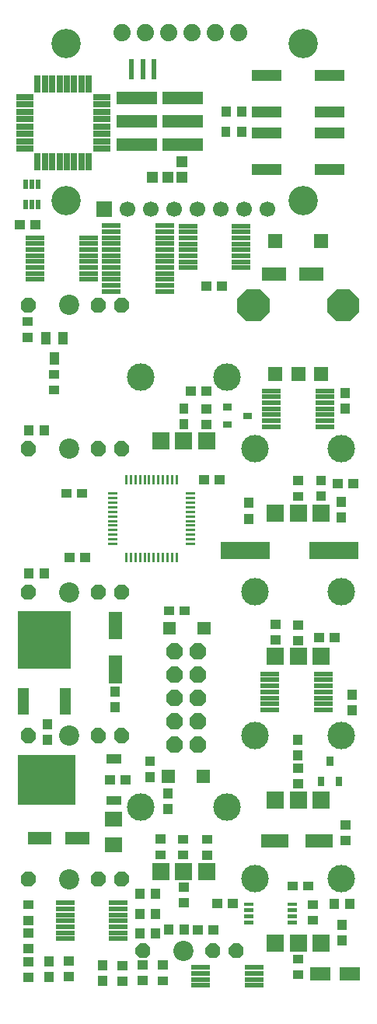
<source format=gbs>
G04 DipTrace 2.4.0.2*
%INBottomMask.gbs*%
%MOIN*%
%ADD30C,0.074*%
%ADD32R,0.074X0.074*%
%ADD33C,0.1181*%
%ADD34R,0.0594X0.0594*%
%ADD47C,0.0866*%
%ADD55C,0.126*%
%ADD57R,0.0236X0.0433*%
%ADD59R,0.0236X0.0866*%
%ADD61R,0.2264X0.25*%
%ADD63R,0.0472X0.1161*%
%ADD65R,0.0748X0.0276*%
%ADD67R,0.0276X0.0748*%
%ADD74R,0.0472X0.0512*%
%ADD78R,0.1748X0.0579*%
%ADD80C,0.0669*%
%ADD82R,0.0669X0.0669*%
%ADD84R,0.0787X0.0236*%
%ADD86R,0.0512X0.0472*%
%FSLAX44Y44*%
G04*
G70*
G90*
G75*
G01*
%LNBotMask*%
%LPD*%
G36*
X18971Y16439D2*
Y16006D1*
X18577D1*
Y16439D1*
X18971D1*
G37*
G36*
Y17108D2*
Y16675D1*
X18577D1*
Y17108D1*
X18971D1*
G37*
G36*
X7119Y22946D2*
X7552D1*
Y22552D1*
X7119D1*
Y22946D1*
G37*
G36*
X6450D2*
X6883D1*
Y22552D1*
X6450D1*
Y22946D1*
G37*
G36*
X13000Y34601D2*
X13433D1*
Y34207D1*
X13000D1*
Y34601D1*
G37*
G36*
X12330D2*
X12763D1*
Y34207D1*
X12330D1*
Y34601D1*
G37*
G36*
X12665Y25895D2*
X12232D1*
Y26289D1*
X12665D1*
Y25895D1*
G37*
G36*
X13335D2*
X12902D1*
Y26289D1*
X13335D1*
Y25895D1*
G37*
G36*
X5911Y15143D2*
Y14710D1*
X5517D1*
Y15143D1*
X5911D1*
G37*
G36*
Y15812D2*
Y15379D1*
X5517D1*
Y15812D1*
X5911D1*
G37*
G36*
X16461Y8479D2*
X16028D1*
Y8873D1*
X16461D1*
Y8479D1*
G37*
G36*
X17130D2*
X16697D1*
Y8873D1*
X17130D1*
Y8479D1*
G37*
G36*
X4980Y37229D2*
X5413D1*
Y36835D1*
X4980D1*
Y37229D1*
G37*
G36*
X4311D2*
X4744D1*
Y36835D1*
X4311D1*
Y37229D1*
G37*
G36*
X12319Y30099D2*
X12752D1*
Y29705D1*
X12319D1*
Y30099D1*
G37*
G36*
X11650D2*
X12083D1*
Y29705D1*
X11650D1*
Y30099D1*
G37*
G36*
X18115Y24924D2*
Y25357D1*
X18509D1*
Y24924D1*
X18115D1*
G37*
G36*
Y24255D2*
Y24688D1*
X18509D1*
Y24255D1*
X18115D1*
G37*
G36*
X14146Y24877D2*
Y25310D1*
X14540D1*
Y24877D1*
X14146D1*
G37*
G36*
Y24208D2*
Y24641D1*
X14540D1*
Y24208D1*
X14146D1*
G37*
G36*
X18678Y29356D2*
Y28923D1*
X18284D1*
Y29356D1*
X18678D1*
G37*
G36*
Y30025D2*
Y29592D1*
X18284D1*
Y30025D1*
X18678D1*
G37*
G36*
X8623Y13042D2*
X8190D1*
Y13435D1*
X8623D1*
Y13042D1*
G37*
G36*
X9292D2*
X8859D1*
Y13435D1*
X9292D1*
Y13042D1*
G37*
G36*
X16657Y14498D2*
Y14065D1*
X16263D1*
Y14498D1*
X16657D1*
G37*
G36*
Y15167D2*
Y14734D1*
X16263D1*
Y15167D1*
X16657D1*
G37*
G36*
X5975Y4998D2*
Y4564D1*
X5581D1*
Y4998D1*
X5975D1*
G37*
G36*
Y5667D2*
Y5234D1*
X5581D1*
Y5667D1*
X5975D1*
G37*
G36*
X14921Y35176D2*
X15944D1*
Y34625D1*
X14921D1*
Y35176D1*
G37*
G36*
X16535D2*
X17558D1*
Y34625D1*
X16535D1*
Y35176D1*
G37*
G36*
X12610Y6986D2*
X13043D1*
Y6592D1*
X12610D1*
Y6986D1*
G37*
G36*
X11941D2*
X12374D1*
Y6592D1*
X11941D1*
Y6986D1*
G37*
G36*
X17594Y19122D2*
X17161D1*
Y19516D1*
X17594D1*
Y19122D1*
G37*
G36*
X18263D2*
X17830D1*
Y19516D1*
X18263D1*
Y19122D1*
G37*
G36*
X6973Y25705D2*
X7407D1*
Y25311D1*
X6973D1*
Y25705D1*
G37*
G36*
X6304D2*
X6737D1*
Y25311D1*
X6304D1*
Y25705D1*
G37*
G36*
X7512Y10451D2*
X6488D1*
Y11002D1*
X7512D1*
Y10451D1*
G37*
G36*
X5898D2*
X4874D1*
Y11002D1*
X5898D1*
Y10451D1*
G37*
G36*
X9927Y13809D2*
Y14242D1*
X10321D1*
Y13809D1*
X9927D1*
G37*
G36*
Y13140D2*
Y13573D1*
X10321D1*
Y13140D1*
X9927D1*
G37*
G36*
X18154Y6787D2*
Y7220D1*
X18547D1*
Y6787D1*
X18154D1*
G37*
G36*
Y6118D2*
Y6551D1*
X18547D1*
Y6118D1*
X18154D1*
G37*
G36*
X13220Y7727D2*
X12787D1*
Y8120D1*
X13220D1*
Y7727D1*
G37*
G36*
X13889D2*
X13456D1*
Y8120D1*
X13889D1*
Y7727D1*
G37*
G36*
X8432Y16790D2*
Y17223D1*
X8825D1*
Y16790D1*
X8432D1*
G37*
G36*
Y16121D2*
Y16554D1*
X8825D1*
Y16121D1*
X8432D1*
G37*
G36*
X16994Y5177D2*
X17860D1*
Y4626D1*
X16994D1*
Y5177D1*
G37*
G36*
X18254D2*
X19120D1*
Y4626D1*
X18254D1*
Y5177D1*
G37*
G36*
X8365Y17368D2*
Y18549D1*
X8917D1*
Y17368D1*
X8365D1*
G37*
G36*
Y19258D2*
Y20439D1*
X8917D1*
Y19258D1*
X8365D1*
G37*
G36*
X18397Y25719D2*
X17964D1*
Y26113D1*
X18397D1*
Y25719D1*
G37*
G36*
X19067D2*
X18634D1*
Y26113D1*
X19067D1*
Y25719D1*
G37*
G36*
X11091Y12199D2*
Y11766D1*
X10697D1*
Y12199D1*
X11091D1*
G37*
G36*
Y12868D2*
Y12435D1*
X10697D1*
Y12868D1*
X11091D1*
G37*
G36*
X11149Y20277D2*
X10716D1*
Y20671D1*
X11149D1*
Y20277D1*
G37*
G36*
X11818D2*
X11385D1*
Y20671D1*
X11818D1*
Y20277D1*
G37*
G36*
X7893Y5051D2*
Y5484D1*
X8286D1*
Y5051D1*
X7893D1*
G37*
G36*
Y4382D2*
Y4815D1*
X8286D1*
Y4382D1*
X7893D1*
G37*
G36*
X14886Y10878D2*
X16067D1*
Y10327D1*
X14886D1*
Y10878D1*
G37*
G36*
X16776D2*
X17957D1*
Y10327D1*
X16776D1*
Y10878D1*
G37*
G36*
X11769Y28701D2*
Y28268D1*
X11376D1*
Y28701D1*
X11769D1*
G37*
G36*
Y29371D2*
Y28938D1*
X11376D1*
Y29371D1*
X11769D1*
G37*
D86*
X10878Y39061D3*
X10208D3*
G36*
X12719Y19444D2*
X12168D1*
Y19995D1*
X12719D1*
Y19444D1*
G37*
G36*
X11223D2*
X10672D1*
Y19995D1*
X11223D1*
Y19444D1*
G37*
G36*
X10631Y13657D2*
X11182D1*
Y13106D1*
X10631D1*
Y13657D1*
G37*
G36*
X12127D2*
X12678D1*
Y13106D1*
X12127D1*
Y13657D1*
G37*
D84*
X7474Y36468D3*
Y36212D3*
Y35956D3*
Y35700D3*
Y35444D3*
Y35188D3*
Y34932D3*
Y34676D3*
X5191D3*
Y34932D3*
Y35188D3*
Y35444D3*
Y35700D3*
Y35956D3*
Y36212D3*
Y36468D3*
X11739Y35183D3*
Y35439D3*
Y35695D3*
Y35951D3*
Y36207D3*
Y36463D3*
Y36719D3*
Y36974D3*
X14022D3*
Y36719D3*
Y36463D3*
Y36207D3*
Y35951D3*
Y35695D3*
Y35439D3*
Y35183D3*
G36*
X13631Y28596D2*
Y28320D1*
X13237D1*
Y28596D1*
X13631D1*
G37*
G36*
Y29344D2*
Y29068D1*
X13237D1*
Y29344D1*
X13631D1*
G37*
G36*
X14497Y28970D2*
Y28694D1*
X14104D1*
Y28970D1*
X14497D1*
G37*
D84*
X15255Y16229D3*
Y16485D3*
Y16741D3*
Y16997D3*
Y17253D3*
Y17509D3*
Y17765D3*
X17538D3*
Y17509D3*
Y17253D3*
Y16997D3*
Y16741D3*
Y16485D3*
Y16229D3*
G36*
X16031Y7809D2*
Y7970D1*
X16432D1*
Y7809D1*
X16031D1*
G37*
G36*
Y7553D2*
Y7714D1*
X16432D1*
Y7553D1*
X16031D1*
G37*
G36*
Y7297D2*
Y7458D1*
X16432D1*
Y7297D1*
X16031D1*
G37*
G36*
Y7041D2*
Y7203D1*
X16432D1*
Y7041D1*
X16031D1*
G37*
G36*
X14141D2*
Y7203D1*
X14542D1*
Y7041D1*
X14141D1*
G37*
G36*
Y7297D2*
Y7458D1*
X14542D1*
Y7297D1*
X14141D1*
G37*
G36*
Y7553D2*
Y7714D1*
X14542D1*
Y7553D1*
X14141D1*
G37*
G36*
Y7809D2*
Y7970D1*
X14542D1*
Y7809D1*
X14141D1*
G37*
G36*
X8249Y13938D2*
Y14332D1*
X8879D1*
Y13938D1*
X8249D1*
G37*
G36*
Y12143D2*
Y12536D1*
X8879D1*
Y12143D1*
X8249D1*
G37*
G36*
X4470Y12174D2*
Y14300D1*
X6911D1*
Y12174D1*
X4470D1*
G37*
D84*
X17606Y29907D3*
Y29651D3*
Y29395D3*
Y29139D3*
Y28883D3*
Y28627D3*
Y28371D3*
X15323D3*
Y28627D3*
Y28883D3*
Y29139D3*
Y29395D3*
Y29651D3*
Y29907D3*
G36*
X18072Y13354D2*
X18347D1*
Y12960D1*
X18072D1*
Y13354D1*
G37*
G36*
X17323D2*
X17599D1*
Y12960D1*
X17323D1*
Y13354D1*
G37*
G36*
X17697Y14220D2*
X17973D1*
Y13826D1*
X17697D1*
Y14220D1*
G37*
D84*
X8756Y7953D3*
Y7697D3*
Y7441D3*
Y7185D3*
Y6929D3*
Y6673D3*
Y6417D3*
X6472D3*
Y6673D3*
Y6929D3*
Y7185D3*
Y7441D3*
Y7697D3*
Y7953D3*
X12303Y4415D3*
Y4671D3*
Y4927D3*
Y5183D3*
X14586D3*
Y4927D3*
Y4671D3*
Y4415D3*
G36*
X9029Y33899D2*
X9218Y33710D1*
Y33442D1*
X9029Y33253D1*
X8761D1*
X8572Y33442D1*
Y33710D1*
X8761Y33899D1*
X9029D1*
G37*
G36*
X8029D2*
X8218Y33710D1*
Y33442D1*
X8029Y33253D1*
X7761D1*
X7572Y33442D1*
Y33710D1*
X7761Y33899D1*
X8029D1*
G37*
G36*
X5029D2*
X5218Y33710D1*
Y33442D1*
X5029Y33253D1*
X4761D1*
X4572Y33442D1*
Y33710D1*
X4761Y33899D1*
X5029D1*
G37*
D47*
X6645Y33576D3*
G36*
X9029Y27748D2*
X9218Y27559D1*
Y27291D1*
X9029Y27101D1*
X8761D1*
X8572Y27291D1*
Y27559D1*
X8761Y27748D1*
X9029D1*
G37*
G36*
X8029D2*
X8218Y27559D1*
Y27291D1*
X8029Y27101D1*
X7761D1*
X7572Y27291D1*
Y27559D1*
X7761Y27748D1*
X8029D1*
G37*
G36*
X5029D2*
X5218Y27559D1*
Y27291D1*
X5029Y27101D1*
X4761D1*
X4572Y27291D1*
Y27559D1*
X4761Y27748D1*
X5029D1*
G37*
D47*
X6645Y27425D3*
G36*
X9029Y21598D2*
X9218Y21409D1*
Y21141D1*
X9029Y20952D1*
X8761D1*
X8572Y21141D1*
Y21409D1*
X8761Y21598D1*
X9029D1*
G37*
G36*
X8029D2*
X8218Y21409D1*
Y21141D1*
X8029Y20952D1*
X7761D1*
X7572Y21141D1*
Y21409D1*
X7761Y21598D1*
X8029D1*
G37*
G36*
X5029D2*
X5218Y21409D1*
Y21141D1*
X5029Y20952D1*
X4761D1*
X4572Y21141D1*
Y21409D1*
X4761Y21598D1*
X5029D1*
G37*
D47*
X6645Y21275D3*
G36*
X9029Y15449D2*
X9218Y15259D1*
Y14991D1*
X9029Y14802D1*
X8761D1*
X8572Y14991D1*
Y15259D1*
X8761Y15449D1*
X9029D1*
G37*
G36*
X8029D2*
X8218Y15259D1*
Y14991D1*
X8029Y14802D1*
X7761D1*
X7572Y14991D1*
Y15259D1*
X7761Y15449D1*
X8029D1*
G37*
G36*
X5029D2*
X5218Y15259D1*
Y14991D1*
X5029Y14802D1*
X4761D1*
X4572Y14991D1*
Y15259D1*
X4761Y15449D1*
X5029D1*
G37*
D47*
X6645Y15125D3*
G36*
X9029Y9299D2*
X9218Y9109D1*
Y8842D1*
X9029Y8652D1*
X8761D1*
X8572Y8842D1*
Y9109D1*
X8761Y9299D1*
X9029D1*
G37*
G36*
X8029D2*
X8218Y9109D1*
Y8842D1*
X8029Y8652D1*
X7761D1*
X7572Y8842D1*
Y9109D1*
X7761Y9299D1*
X8029D1*
G37*
G36*
X5029D2*
X5218Y9109D1*
Y8842D1*
X5029Y8652D1*
X4761D1*
X4572Y8842D1*
Y9109D1*
X4761Y9299D1*
X5029D1*
G37*
D47*
X6645Y8975D3*
G36*
X13944Y6224D2*
X14133Y6035D1*
Y5767D1*
X13944Y5577D1*
X13676D1*
X13487Y5767D1*
Y6035D1*
X13676Y6224D1*
X13944D1*
G37*
G36*
X12944D2*
X13133Y6035D1*
Y5767D1*
X12944Y5577D1*
X12676D1*
X12487Y5767D1*
Y6035D1*
X12676Y6224D1*
X12944D1*
G37*
G36*
X9944D2*
X10133Y6035D1*
Y5767D1*
X9944Y5577D1*
X9676D1*
X9487Y5767D1*
Y6035D1*
X9676Y6224D1*
X9944D1*
G37*
D47*
X11560Y5901D3*
D82*
X8146Y37693D3*
D80*
X9146D3*
X10146D3*
X11146D3*
X12146D3*
X13146D3*
X14146D3*
X15146D3*
D78*
X11513Y42452D3*
Y41452D3*
Y40452D3*
X9540D3*
Y41452D3*
Y42452D3*
G36*
X12307Y18404D2*
X12508Y18604D1*
Y18887D1*
X12307Y19087D1*
X12024D1*
X11824Y18887D1*
Y18604D1*
X12024Y18404D1*
X12307D1*
G37*
G36*
X11307D2*
X11508Y18604D1*
Y18887D1*
X11307Y19087D1*
X11024D1*
X10824Y18887D1*
Y18604D1*
X11024Y18404D1*
X11307D1*
G37*
G36*
X12307Y17404D2*
X12508Y17604D1*
Y17887D1*
X12307Y18087D1*
X12024D1*
X11824Y17887D1*
Y17604D1*
X12024Y17404D1*
X12307D1*
G37*
G36*
X11307D2*
X11508Y17604D1*
Y17887D1*
X11307Y18087D1*
X11024D1*
X10824Y17887D1*
Y17604D1*
X11024Y17404D1*
X11307D1*
G37*
G36*
X12307Y16404D2*
X12508Y16604D1*
Y16887D1*
X12307Y17087D1*
X12024D1*
X11824Y16887D1*
Y16604D1*
X12024Y16404D1*
X12307D1*
G37*
G36*
X11307D2*
X11508Y16604D1*
Y16887D1*
X11307Y17087D1*
X11024D1*
X10824Y16887D1*
Y16604D1*
X11024Y16404D1*
X11307D1*
G37*
G36*
X12307Y15404D2*
X12508Y15604D1*
Y15887D1*
X12307Y16087D1*
X12024D1*
X11824Y15887D1*
Y15604D1*
X12024Y15404D1*
X12307D1*
G37*
G36*
X11307D2*
X11508Y15604D1*
Y15887D1*
X11307Y16087D1*
X11024D1*
X10824Y15887D1*
Y15604D1*
X11024Y15404D1*
X11307D1*
G37*
G36*
X12307Y14404D2*
X12508Y14604D1*
Y14887D1*
X12307Y15087D1*
X12024D1*
X11824Y14887D1*
Y14604D1*
X12024Y14404D1*
X12307D1*
G37*
G36*
X11307D2*
X11508Y14604D1*
Y14887D1*
X11307Y15087D1*
X11024D1*
X10824Y14887D1*
Y14604D1*
X11024Y14404D1*
X11307D1*
G37*
D30*
X13911Y45245D3*
X12911D3*
X11911D3*
X10911D3*
X9911D3*
X8911D3*
G36*
X15256Y22676D2*
X13156D1*
Y23436D1*
X15256D1*
Y22676D1*
G37*
G36*
X19056D2*
X16956D1*
Y23436D1*
X19056D1*
Y22676D1*
G37*
G36*
X5847Y31886D2*
X5454D1*
Y32437D1*
X5847D1*
Y31886D1*
G37*
G36*
X6221Y31019D2*
X5828D1*
Y31571D1*
X6221D1*
Y31019D1*
G37*
G36*
X6595Y31886D2*
X6202D1*
Y32437D1*
X6595D1*
Y31886D1*
G37*
D74*
X11487Y39063D3*
Y39733D3*
D32*
X12548Y27748D3*
X11564D3*
X10580D3*
D33*
X13414Y30504D3*
X9714D3*
D32*
X17463Y24673D3*
X16479D3*
X15495D3*
D33*
X18329Y27429D3*
X14629D3*
D32*
X17463Y18523D3*
X16479D3*
X15495D3*
D33*
X18329Y21279D3*
X14629D3*
G36*
X13846Y41218D2*
X14240D1*
Y40785D1*
X13846D1*
Y41218D1*
G37*
G36*
X13177D2*
X13570D1*
Y40785D1*
X13177D1*
Y41218D1*
G37*
G36*
X12765Y28644D2*
Y28250D1*
X12332D1*
Y28644D1*
X12765D1*
G37*
G36*
Y29313D2*
Y28919D1*
X12332D1*
Y29313D1*
X12765D1*
G37*
G36*
X5125Y21850D2*
X4731D1*
Y22284D1*
X5125D1*
Y21850D1*
G37*
G36*
X5794D2*
X5401D1*
Y22284D1*
X5794D1*
Y21850D1*
G37*
G36*
X11760Y10203D2*
Y9810D1*
X11326D1*
Y10203D1*
X11760D1*
G37*
G36*
Y10873D2*
Y10479D1*
X11326D1*
Y10873D1*
X11760D1*
G37*
G36*
X6838Y4985D2*
Y4591D1*
X6405D1*
Y4985D1*
X6838D1*
G37*
G36*
Y5654D2*
Y5260D1*
X6405D1*
Y5654D1*
X6838D1*
G37*
G36*
X5802Y30414D2*
Y30807D1*
X6235D1*
Y30414D1*
X5802D1*
G37*
G36*
Y29744D2*
Y30138D1*
X6235D1*
Y29744D1*
X5802D1*
G37*
G36*
X16685Y13256D2*
Y12862D1*
X16252D1*
Y13256D1*
X16685D1*
G37*
G36*
Y13925D2*
Y13532D1*
X16252D1*
Y13925D1*
X16685D1*
G37*
G36*
X4663Y32678D2*
Y33071D1*
X5096D1*
Y32678D1*
X4663D1*
G37*
G36*
Y32008D2*
Y32402D1*
X5096D1*
Y32008D1*
X4663D1*
G37*
G36*
X10350Y10483D2*
Y10877D1*
X10783D1*
Y10483D1*
X10350D1*
G37*
G36*
Y9814D2*
Y10208D1*
X10783D1*
Y9814D1*
X10350D1*
G37*
G36*
X4701Y5241D2*
Y5635D1*
X5134D1*
Y5241D1*
X4701D1*
G37*
G36*
Y4572D2*
Y4966D1*
X5134D1*
Y4572D1*
X4701D1*
G37*
G36*
X16242Y5349D2*
Y5742D1*
X16675D1*
Y5349D1*
X16242D1*
G37*
G36*
Y4679D2*
Y5073D1*
X16675D1*
Y4679D1*
X16242D1*
G37*
G36*
X13588Y41643D2*
X13194D1*
Y42076D1*
X13588D1*
Y41643D1*
G37*
G36*
X14257D2*
X13864D1*
Y42076D1*
X14257D1*
Y41643D1*
G37*
G36*
X11113Y6585D2*
X10719D1*
Y7018D1*
X11113D1*
Y6585D1*
G37*
G36*
X11782D2*
X11389D1*
Y7018D1*
X11782D1*
Y6585D1*
G37*
G36*
X15716Y19410D2*
Y19016D1*
X15283D1*
Y19410D1*
X15716D1*
G37*
G36*
Y20079D2*
Y19686D1*
X15283D1*
Y20079D1*
X15716D1*
G37*
D32*
X17463Y12373D3*
X16479D3*
X15495D3*
D33*
X18329Y15129D3*
X14629D3*
D32*
X12548Y9298D3*
X11564D3*
X10580D3*
D33*
X13414Y12054D3*
X9714D3*
D32*
X17463Y6223D3*
X16479D3*
X15495D3*
D33*
X18329Y8979D3*
X14629D3*
G36*
X16696Y25574D2*
Y25180D1*
X16263D1*
Y25574D1*
X16696D1*
G37*
G36*
Y26243D2*
Y25849D1*
X16263D1*
Y26243D1*
X16696D1*
G37*
G36*
X17670Y25579D2*
Y25185D1*
X17237D1*
Y25579D1*
X17670D1*
G37*
G36*
Y26248D2*
Y25854D1*
X17237D1*
Y26248D1*
X17670D1*
G37*
G36*
X9885Y6424D2*
X9492D1*
Y6857D1*
X9885D1*
Y6424D1*
G37*
G36*
X10555D2*
X10161D1*
Y6857D1*
X10555D1*
Y6424D1*
G37*
G36*
X16249Y19669D2*
Y20063D1*
X16682D1*
Y19669D1*
X16249D1*
G37*
G36*
Y19000D2*
Y19393D1*
X16682D1*
Y19000D1*
X16249D1*
G37*
G36*
X12775Y10200D2*
Y9806D1*
X12342D1*
Y10200D1*
X12775D1*
G37*
G36*
Y10869D2*
Y10476D1*
X12342D1*
Y10869D1*
X12775D1*
G37*
G36*
X4699Y6464D2*
Y6858D1*
X5132D1*
Y6464D1*
X4699D1*
G37*
G36*
Y5795D2*
Y6189D1*
X5132D1*
Y5795D1*
X4699D1*
G37*
G36*
X16899Y7678D2*
Y8072D1*
X17332D1*
Y7678D1*
X16899D1*
G37*
G36*
Y7009D2*
Y7402D1*
X17332D1*
Y7009D1*
X16899D1*
G37*
G36*
X18500Y8137D2*
X18893D1*
Y7704D1*
X18500D1*
Y8137D1*
G37*
G36*
X17830D2*
X18224D1*
Y7704D1*
X17830D1*
Y8137D1*
G37*
G36*
X4690Y7677D2*
Y8071D1*
X5123D1*
Y7677D1*
X4690D1*
G37*
G36*
Y7008D2*
Y7402D1*
X5123D1*
Y7008D1*
X4690D1*
G37*
G36*
X11777Y8165D2*
Y7771D1*
X11344D1*
Y8165D1*
X11777D1*
G37*
G36*
Y8834D2*
Y8441D1*
X11344D1*
Y8834D1*
X11777D1*
G37*
G36*
X8198Y11234D2*
Y11864D1*
X8908D1*
Y11234D1*
X8198D1*
G37*
G36*
Y10114D2*
Y10744D1*
X8908D1*
Y10114D1*
X8198D1*
G37*
G36*
X10879Y4807D2*
Y4413D1*
X10446D1*
Y4807D1*
X10879D1*
G37*
G36*
Y5476D2*
Y5083D1*
X10446D1*
Y5476D1*
X10879D1*
G37*
G36*
X18731Y10820D2*
Y10427D1*
X18298D1*
Y10820D1*
X18731D1*
G37*
G36*
Y11490D2*
Y11096D1*
X18298D1*
Y11490D1*
X18731D1*
G37*
G36*
X10169Y8551D2*
X10562D1*
Y8118D1*
X10169D1*
Y8551D1*
G37*
G36*
X9499D2*
X9893D1*
Y8118D1*
X9499D1*
Y8551D1*
G37*
G36*
X10155Y7705D2*
X10549D1*
Y7272D1*
X10155D1*
Y7705D1*
G37*
G36*
X9486D2*
X9880D1*
Y7272D1*
X9486D1*
Y7705D1*
G37*
G36*
X5106Y27991D2*
X4713D1*
Y28424D1*
X5106D1*
Y27991D1*
G37*
G36*
X5776D2*
X5382D1*
Y28424D1*
X5776D1*
Y27991D1*
G37*
G36*
X8719Y5064D2*
Y5458D1*
X9152D1*
Y5064D1*
X8719D1*
G37*
G36*
Y4395D2*
Y4788D1*
X9152D1*
Y4395D1*
X8719D1*
G37*
G36*
X9595Y5089D2*
Y5482D1*
X10028D1*
Y5089D1*
X9595D1*
G37*
G36*
Y4419D2*
Y4813D1*
X10028D1*
Y4419D1*
X9595D1*
G37*
D34*
X15494Y30627D3*
X17463D3*
X16479D3*
X15494Y36335D3*
X17463D3*
G36*
X15243Y33292D2*
X14837Y32886D1*
X14262D1*
X13855Y33292D1*
Y33867D1*
X14262Y34274D1*
X14837D1*
X15243Y33867D1*
Y33292D1*
G37*
G36*
X19102D2*
X18695Y32886D1*
X18120D1*
X17714Y33292D1*
Y33867D1*
X18120Y34274D1*
X18695D1*
X19102Y33867D1*
Y33292D1*
G37*
G36*
X17178Y39629D2*
X18438D1*
Y39156D1*
X17178D1*
Y39629D1*
G37*
G36*
X14501D2*
X15761D1*
Y39156D1*
X14501D1*
Y39629D1*
G37*
G36*
X17178Y41203D2*
X18438D1*
Y40731D1*
X17178D1*
Y41203D1*
G37*
G36*
X14501D2*
X15761D1*
Y40731D1*
X14501D1*
Y41203D1*
G37*
G36*
X17177Y42090D2*
X18437D1*
Y41617D1*
X17177D1*
Y42090D1*
G37*
G36*
X14500D2*
X15760D1*
Y41617D1*
X14500D1*
Y42090D1*
G37*
G36*
X17177Y43665D2*
X18437D1*
Y43192D1*
X17177D1*
Y43665D1*
G37*
G36*
X14500D2*
X15760D1*
Y43192D1*
X14500D1*
Y43665D1*
G37*
D67*
X5294Y43048D3*
X5609D3*
X5924D3*
X6239D3*
X6554D3*
X6869D3*
X7184D3*
X7499D3*
D65*
X8050Y42496D3*
Y42181D3*
Y41867D3*
Y41552D3*
Y41237D3*
Y40922D3*
Y40607D3*
Y40292D3*
D67*
X7499Y39741D3*
X7184D3*
X6869D3*
X6554D3*
X6239D3*
X5924D3*
X5609D3*
X5294D3*
D65*
X4743Y40292D3*
Y40607D3*
Y40922D3*
Y41237D3*
Y41552D3*
Y41867D3*
Y42181D3*
Y42496D3*
D84*
X10740Y36982D3*
Y36726D3*
Y36470D3*
Y36214D3*
Y35958D3*
Y35703D3*
Y35447D3*
Y35191D3*
Y34935D3*
Y34679D3*
Y34423D3*
Y34167D3*
X8456D3*
Y34423D3*
Y34679D3*
Y34935D3*
Y35191D3*
Y35447D3*
Y35703D3*
Y35958D3*
Y36214D3*
Y36470D3*
Y36726D3*
Y36982D3*
D63*
X6491Y16602D3*
X4696D3*
D61*
X5593Y19240D3*
D59*
X9333Y43683D3*
X9808D3*
X10283D3*
D57*
X5304Y37878D3*
X5048D3*
X4792D3*
Y38744D3*
X5048D3*
X5304D3*
D55*
X6528Y38056D3*
Y44780D3*
X16701Y38056D3*
Y44780D3*
G36*
X11660Y25455D2*
Y25555D1*
X12054D1*
Y25455D1*
X11660D1*
G37*
G36*
Y25258D2*
Y25358D1*
X12054D1*
Y25258D1*
X11660D1*
G37*
G36*
Y25062D2*
Y25162D1*
X12054D1*
Y25062D1*
X11660D1*
G37*
G36*
Y24865D2*
Y24965D1*
X12054D1*
Y24865D1*
X11660D1*
G37*
G36*
Y24668D2*
Y24768D1*
X12054D1*
Y24668D1*
X11660D1*
G37*
G36*
Y24471D2*
Y24571D1*
X12054D1*
Y24471D1*
X11660D1*
G37*
G36*
Y24274D2*
Y24374D1*
X12054D1*
Y24274D1*
X11660D1*
G37*
G36*
Y24077D2*
Y24177D1*
X12054D1*
Y24077D1*
X11660D1*
G37*
G36*
Y23880D2*
Y23980D1*
X12054D1*
Y23880D1*
X11660D1*
G37*
G36*
Y23684D2*
Y23784D1*
X12054D1*
Y23684D1*
X11660D1*
G37*
G36*
Y23487D2*
Y23587D1*
X12054D1*
Y23487D1*
X11660D1*
G37*
G36*
Y23290D2*
Y23390D1*
X12054D1*
Y23290D1*
X11660D1*
G37*
G36*
X11216Y22553D2*
Y22946D1*
X11316D1*
Y22553D1*
X11216D1*
G37*
G36*
X11019D2*
Y22946D1*
X11119D1*
Y22553D1*
X11019D1*
G37*
G36*
X10823D2*
Y22946D1*
X10923D1*
Y22553D1*
X10823D1*
G37*
G36*
X10626D2*
Y22946D1*
X10726D1*
Y22553D1*
X10626D1*
G37*
G36*
X10429D2*
Y22946D1*
X10529D1*
Y22553D1*
X10429D1*
G37*
G36*
X10232D2*
Y22946D1*
X10332D1*
Y22553D1*
X10232D1*
G37*
G36*
X10035D2*
Y22946D1*
X10135D1*
Y22553D1*
X10035D1*
G37*
G36*
X9838D2*
Y22946D1*
X9938D1*
Y22553D1*
X9838D1*
G37*
G36*
X9641D2*
Y22946D1*
X9741D1*
Y22553D1*
X9641D1*
G37*
G36*
X9445D2*
Y22946D1*
X9545D1*
Y22553D1*
X9445D1*
G37*
G36*
X9248D2*
Y22946D1*
X9348D1*
Y22553D1*
X9248D1*
G37*
G36*
X9051D2*
Y22946D1*
X9151D1*
Y22553D1*
X9051D1*
G37*
G36*
X8314Y23290D2*
Y23390D1*
X8707D1*
Y23290D1*
X8314D1*
G37*
G36*
Y23487D2*
Y23587D1*
X8707D1*
Y23487D1*
X8314D1*
G37*
G36*
Y23684D2*
Y23784D1*
X8707D1*
Y23684D1*
X8314D1*
G37*
G36*
Y23880D2*
Y23980D1*
X8707D1*
Y23880D1*
X8314D1*
G37*
G36*
Y24077D2*
Y24177D1*
X8707D1*
Y24077D1*
X8314D1*
G37*
G36*
Y24274D2*
Y24374D1*
X8707D1*
Y24274D1*
X8314D1*
G37*
G36*
Y24471D2*
Y24571D1*
X8707D1*
Y24471D1*
X8314D1*
G37*
G36*
Y24668D2*
Y24768D1*
X8707D1*
Y24668D1*
X8314D1*
G37*
G36*
Y24865D2*
Y24965D1*
X8707D1*
Y24865D1*
X8314D1*
G37*
G36*
Y25062D2*
Y25162D1*
X8707D1*
Y25062D1*
X8314D1*
G37*
G36*
Y25258D2*
Y25358D1*
X8707D1*
Y25258D1*
X8314D1*
G37*
G36*
Y25455D2*
Y25555D1*
X8707D1*
Y25455D1*
X8314D1*
G37*
G36*
X9051Y25899D2*
Y26293D1*
X9151D1*
Y25899D1*
X9051D1*
G37*
G36*
X9248D2*
Y26293D1*
X9348D1*
Y25899D1*
X9248D1*
G37*
G36*
X9445D2*
Y26293D1*
X9545D1*
Y25899D1*
X9445D1*
G37*
G36*
X9641D2*
Y26293D1*
X9741D1*
Y25899D1*
X9641D1*
G37*
G36*
X9838D2*
Y26293D1*
X9938D1*
Y25899D1*
X9838D1*
G37*
G36*
X10035D2*
Y26293D1*
X10135D1*
Y25899D1*
X10035D1*
G37*
G36*
X10232D2*
Y26293D1*
X10332D1*
Y25899D1*
X10232D1*
G37*
G36*
X10429D2*
Y26293D1*
X10529D1*
Y25899D1*
X10429D1*
G37*
G36*
X10626D2*
Y26293D1*
X10726D1*
Y25899D1*
X10626D1*
G37*
G36*
X10823D2*
Y26293D1*
X10923D1*
Y25899D1*
X10823D1*
G37*
G36*
X11019D2*
Y26293D1*
X11119D1*
Y25899D1*
X11019D1*
G37*
G36*
X11216D2*
Y26293D1*
X11316D1*
Y25899D1*
X11216D1*
G37*
M02*

</source>
